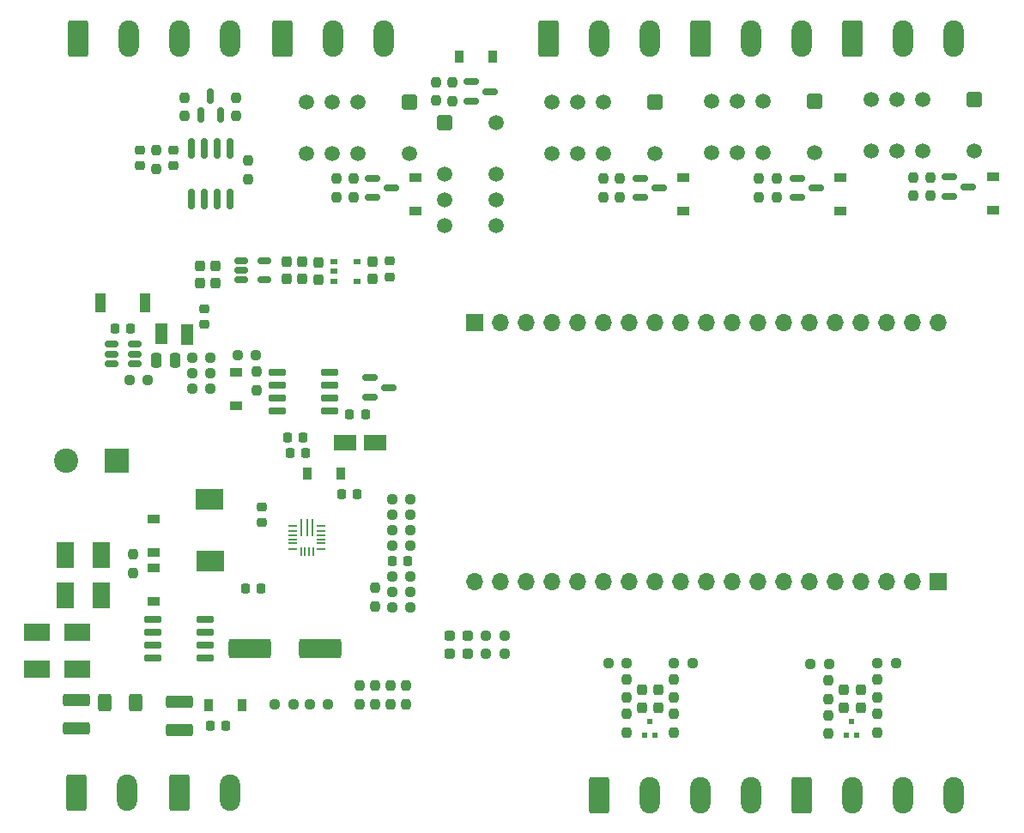
<source format=gbr>
%TF.GenerationSoftware,KiCad,Pcbnew,(6.0.8)*%
%TF.CreationDate,2023-11-14T22:22:02+13:00*%
%TF.ProjectId,Brain,42726169-6e2e-46b6-9963-61645f706362,rev?*%
%TF.SameCoordinates,Original*%
%TF.FileFunction,Soldermask,Top*%
%TF.FilePolarity,Negative*%
%FSLAX46Y46*%
G04 Gerber Fmt 4.6, Leading zero omitted, Abs format (unit mm)*
G04 Created by KiCad (PCBNEW (6.0.8)) date 2023-11-14 22:22:02*
%MOMM*%
%LPD*%
G01*
G04 APERTURE LIST*
G04 Aperture macros list*
%AMRoundRect*
0 Rectangle with rounded corners*
0 $1 Rounding radius*
0 $2 $3 $4 $5 $6 $7 $8 $9 X,Y pos of 4 corners*
0 Add a 4 corners polygon primitive as box body*
4,1,4,$2,$3,$4,$5,$6,$7,$8,$9,$2,$3,0*
0 Add four circle primitives for the rounded corners*
1,1,$1+$1,$2,$3*
1,1,$1+$1,$4,$5*
1,1,$1+$1,$6,$7*
1,1,$1+$1,$8,$9*
0 Add four rect primitives between the rounded corners*
20,1,$1+$1,$2,$3,$4,$5,0*
20,1,$1+$1,$4,$5,$6,$7,0*
20,1,$1+$1,$6,$7,$8,$9,0*
20,1,$1+$1,$8,$9,$2,$3,0*%
G04 Aperture macros list end*
%ADD10RoundRect,0.150000X-0.725000X-0.150000X0.725000X-0.150000X0.725000X0.150000X-0.725000X0.150000X0*%
%ADD11RoundRect,0.150000X-0.512500X-0.150000X0.512500X-0.150000X0.512500X0.150000X-0.512500X0.150000X0*%
%ADD12R,0.700000X0.510000*%
%ADD13R,0.203200X0.812800*%
%ADD14R,0.250012X1.699997*%
%ADD15R,0.812800X0.254000*%
%ADD16R,0.812800X0.203200*%
%ADD17RoundRect,0.150000X0.150000X-0.825000X0.150000X0.825000X-0.150000X0.825000X-0.150000X-0.825000X0*%
%ADD18RoundRect,0.250000X-0.400000X-0.625000X0.400000X-0.625000X0.400000X0.625000X-0.400000X0.625000X0*%
%ADD19RoundRect,0.237500X-0.237500X0.250000X-0.237500X-0.250000X0.237500X-0.250000X0.237500X0.250000X0*%
%ADD20RoundRect,0.237500X0.237500X-0.250000X0.237500X0.250000X-0.237500X0.250000X-0.237500X-0.250000X0*%
%ADD21RoundRect,0.237500X0.250000X0.237500X-0.250000X0.237500X-0.250000X-0.237500X0.250000X-0.237500X0*%
%ADD22RoundRect,0.237500X-0.250000X-0.237500X0.250000X-0.237500X0.250000X0.237500X-0.250000X0.237500X0*%
%ADD23RoundRect,0.150000X-0.587500X-0.150000X0.587500X-0.150000X0.587500X0.150000X-0.587500X0.150000X0*%
%ADD24R,2.800000X2.000000*%
%ADD25R,1.250000X2.000000*%
%ADD26RoundRect,0.250500X-0.499500X0.499500X-0.499500X-0.499500X0.499500X-0.499500X0.499500X0.499500X0*%
%ADD27C,1.500000*%
%ADD28RoundRect,0.250500X-0.499500X-0.499500X0.499500X-0.499500X0.499500X0.499500X-0.499500X0.499500X0*%
%ADD29RoundRect,0.250000X-0.750000X-1.550000X0.750000X-1.550000X0.750000X1.550000X-0.750000X1.550000X0*%
%ADD30O,2.000000X3.600000*%
%ADD31R,1.700000X1.700000*%
%ADD32O,1.700000X1.700000*%
%ADD33RoundRect,0.250000X-1.075000X0.375000X-1.075000X-0.375000X1.075000X-0.375000X1.075000X0.375000X0*%
%ADD34RoundRect,0.250000X1.075000X-0.375000X1.075000X0.375000X-1.075000X0.375000X-1.075000X-0.375000X0*%
%ADD35R,1.200000X0.900000*%
%ADD36R,0.900000X1.200000*%
%ADD37R,0.500000X0.600000*%
%ADD38RoundRect,0.237500X-0.287500X-0.237500X0.287500X-0.237500X0.287500X0.237500X-0.287500X0.237500X0*%
%ADD39R,1.012800X1.905000*%
%ADD40R,1.800000X2.500000*%
%ADD41R,2.500000X1.800000*%
%ADD42RoundRect,0.150000X0.150000X-0.587500X0.150000X0.587500X-0.150000X0.587500X-0.150000X-0.587500X0*%
%ADD43RoundRect,0.237500X-0.237500X0.300000X-0.237500X-0.300000X0.237500X-0.300000X0.237500X0.300000X0*%
%ADD44RoundRect,0.225000X0.225000X0.250000X-0.225000X0.250000X-0.225000X-0.250000X0.225000X-0.250000X0*%
%ADD45RoundRect,0.250000X-1.825000X-0.700000X1.825000X-0.700000X1.825000X0.700000X-1.825000X0.700000X0*%
%ADD46RoundRect,0.225000X0.250000X-0.225000X0.250000X0.225000X-0.250000X0.225000X-0.250000X-0.225000X0*%
%ADD47RoundRect,0.225000X-0.225000X-0.250000X0.225000X-0.250000X0.225000X0.250000X-0.225000X0.250000X0*%
%ADD48RoundRect,0.250000X-0.250000X-0.475000X0.250000X-0.475000X0.250000X0.475000X-0.250000X0.475000X0*%
%ADD49R,2.200000X1.600000*%
%ADD50C,2.400000*%
%ADD51R,2.400000X2.400000*%
%ADD52RoundRect,0.225000X-0.250000X0.225000X-0.250000X-0.225000X0.250000X-0.225000X0.250000X0.225000X0*%
G04 APERTURE END LIST*
D10*
%TO.C,Q1*%
X126457000Y-104009000D03*
X126457000Y-105279000D03*
X126457000Y-106549000D03*
X126457000Y-107819000D03*
X131607000Y-107819000D03*
X131607000Y-106549000D03*
X131607000Y-105279000D03*
X131607000Y-104009000D03*
%TD*%
D11*
%TO.C,U5*%
X122941500Y-93030000D03*
X122941500Y-93980000D03*
X122941500Y-94930000D03*
X125216500Y-94930000D03*
X125216500Y-93030000D03*
%TD*%
D12*
%TO.C,U4*%
X132063000Y-93144000D03*
X132063000Y-94094000D03*
X132063000Y-95044000D03*
X134383000Y-95044000D03*
X134383000Y-93144000D03*
%TD*%
D13*
%TO.C,U3*%
X129616000Y-121738000D03*
X130016000Y-121738000D03*
X129216000Y-121738000D03*
D14*
X129966000Y-119388000D03*
X128866000Y-119388000D03*
D13*
X128816000Y-121738000D03*
D14*
X129416000Y-119388000D03*
D15*
X128016000Y-121488000D03*
X128016000Y-119188000D03*
X130816000Y-121488000D03*
X130816000Y-119188000D03*
D16*
X128016000Y-120937999D03*
X128016000Y-120538000D03*
X128016000Y-120138000D03*
X128016000Y-119738001D03*
X130816000Y-120937999D03*
X130816000Y-120538000D03*
X130816000Y-120138000D03*
X130816000Y-119738001D03*
%TD*%
D11*
%TO.C,U2*%
X110109000Y-101285000D03*
X110109000Y-102235000D03*
X110109000Y-103185000D03*
X112384000Y-103185000D03*
X112384000Y-102235000D03*
X112384000Y-101285000D03*
%TD*%
D17*
%TO.C,U1*%
X117983000Y-86906500D03*
X119253000Y-86906500D03*
X120523000Y-86906500D03*
X121793000Y-86906500D03*
X121793000Y-81956500D03*
X120523000Y-81956500D03*
X119253000Y-81956500D03*
X117983000Y-81956500D03*
%TD*%
D18*
%TO.C,RV1*%
X112522000Y-136652000D03*
X109422000Y-136652000D03*
%TD*%
D19*
%TO.C,R49*%
X190881000Y-84812500D03*
X190881000Y-86637500D03*
%TD*%
%TO.C,R48*%
X160274000Y-84939500D03*
X160274000Y-86764500D03*
%TD*%
D20*
%TO.C,R47*%
X189230000Y-86637500D03*
X189230000Y-84812500D03*
%TD*%
%TO.C,R46*%
X158623000Y-86764500D03*
X158623000Y-84939500D03*
%TD*%
D19*
%TO.C,R45*%
X143764000Y-75438000D03*
X143764000Y-77263000D03*
%TD*%
D20*
%TO.C,R44*%
X142113000Y-77239500D03*
X142113000Y-75414500D03*
%TD*%
D19*
%TO.C,R43*%
X133985000Y-84939500D03*
X133985000Y-86764500D03*
%TD*%
%TO.C,R42*%
X175768000Y-84916000D03*
X175768000Y-86741000D03*
%TD*%
D20*
%TO.C,R41*%
X132334000Y-86764500D03*
X132334000Y-84939500D03*
%TD*%
%TO.C,R40*%
X173990000Y-86764500D03*
X173990000Y-84939500D03*
%TD*%
D21*
%TO.C,R39*%
X187475500Y-132715000D03*
X185650500Y-132715000D03*
%TD*%
%TO.C,R38*%
X167409500Y-132715000D03*
X165584500Y-132715000D03*
%TD*%
D22*
%TO.C,R37*%
X179046500Y-132842000D03*
X180871500Y-132842000D03*
%TD*%
%TO.C,R36*%
X159107500Y-132715000D03*
X160932500Y-132715000D03*
%TD*%
D20*
%TO.C,R35*%
X180848000Y-136294500D03*
X180848000Y-134469500D03*
%TD*%
%TO.C,R34*%
X185674000Y-136167500D03*
X185674000Y-134342500D03*
%TD*%
%TO.C,R33*%
X160909000Y-136167500D03*
X160909000Y-134342500D03*
%TD*%
%TO.C,R32*%
X165608000Y-136167500D03*
X165608000Y-134342500D03*
%TD*%
%TO.C,R31*%
X180848000Y-139700000D03*
X180848000Y-137875000D03*
%TD*%
%TO.C,R30*%
X185674000Y-139596500D03*
X185674000Y-137771500D03*
%TD*%
%TO.C,R29*%
X160909000Y-139596500D03*
X160909000Y-137771500D03*
%TD*%
%TO.C,R28*%
X165608000Y-139573000D03*
X165608000Y-137748000D03*
%TD*%
D19*
%TO.C,R27*%
X112235000Y-122019500D03*
X112235000Y-123844500D03*
%TD*%
D22*
%TO.C,R26*%
X131468500Y-136779000D03*
X129643500Y-136779000D03*
%TD*%
%TO.C,R25*%
X128039500Y-136779000D03*
X126214500Y-136779000D03*
%TD*%
%TO.C,R24*%
X137771500Y-125730000D03*
X139596500Y-125730000D03*
%TD*%
%TO.C,R23*%
X137771500Y-119634000D03*
X139596500Y-119634000D03*
%TD*%
%TO.C,R22*%
X139596500Y-127254000D03*
X137771500Y-127254000D03*
%TD*%
D19*
%TO.C,R21*%
X136144000Y-127150500D03*
X136144000Y-125325500D03*
%TD*%
D22*
%TO.C,R20*%
X148867500Y-130048000D03*
X147042500Y-130048000D03*
%TD*%
D21*
%TO.C,R19*%
X119882500Y-105664000D03*
X118057500Y-105664000D03*
%TD*%
D22*
%TO.C,R18*%
X118057500Y-104140000D03*
X119882500Y-104140000D03*
%TD*%
%TO.C,R17*%
X118057500Y-102616000D03*
X119882500Y-102616000D03*
%TD*%
%TO.C,R16*%
X139596500Y-124206000D03*
X137771500Y-124206000D03*
%TD*%
%TO.C,R15*%
X139596500Y-121154000D03*
X137771500Y-121154000D03*
%TD*%
D21*
%TO.C,R14*%
X113688500Y-104775000D03*
X111863500Y-104775000D03*
%TD*%
D19*
%TO.C,R13*%
X134620000Y-136802500D03*
X134620000Y-134977500D03*
%TD*%
D21*
%TO.C,R12*%
X147042500Y-131826000D03*
X148867500Y-131826000D03*
%TD*%
D20*
%TO.C,R11*%
X136144000Y-134977500D03*
X136144000Y-136802500D03*
%TD*%
D19*
%TO.C,R10*%
X137668000Y-136779000D03*
X137668000Y-134954000D03*
%TD*%
%TO.C,R9*%
X139192000Y-136802500D03*
X139192000Y-134977500D03*
%TD*%
D20*
%TO.C,R8*%
X124460000Y-105810500D03*
X124460000Y-103985500D03*
%TD*%
D21*
%TO.C,R7*%
X122531500Y-102358000D03*
X124356500Y-102358000D03*
%TD*%
D22*
%TO.C,R6*%
X139596500Y-118110000D03*
X137771500Y-118110000D03*
%TD*%
D21*
%TO.C,R5*%
X137771500Y-116586000D03*
X139596500Y-116586000D03*
%TD*%
D20*
%TO.C,R4*%
X122428000Y-78740000D03*
X122428000Y-76915000D03*
%TD*%
%TO.C,R3*%
X117348000Y-78740000D03*
X117348000Y-76915000D03*
%TD*%
D19*
%TO.C,R2*%
X123571000Y-83138000D03*
X123571000Y-84963000D03*
%TD*%
D20*
%TO.C,R1*%
X114554000Y-83947000D03*
X114554000Y-82122000D03*
%TD*%
D23*
%TO.C,Q7*%
X192737500Y-84775000D03*
X192737500Y-86675000D03*
X194612500Y-85725000D03*
%TD*%
%TO.C,Q6*%
X162257500Y-84902000D03*
X162257500Y-86802000D03*
X164132500Y-85852000D03*
%TD*%
%TO.C,Q5*%
X145620500Y-75377000D03*
X145620500Y-77277000D03*
X147495500Y-76327000D03*
%TD*%
%TO.C,Q4*%
X135841500Y-84902000D03*
X135841500Y-86802000D03*
X137716500Y-85852000D03*
%TD*%
%TO.C,Q3*%
X177751500Y-84902000D03*
X177751500Y-86802000D03*
X179626500Y-85852000D03*
%TD*%
D10*
%TO.C,Q2*%
X114232000Y-128393000D03*
X114232000Y-129663000D03*
X114232000Y-130933000D03*
X114232000Y-132203000D03*
X119382000Y-132203000D03*
X119382000Y-130933000D03*
X119382000Y-129663000D03*
X119382000Y-128393000D03*
%TD*%
D24*
%TO.C,L2*%
X119888000Y-122680000D03*
X119788000Y-116580000D03*
%TD*%
D25*
%TO.C,L1*%
X115057000Y-100230000D03*
X117607000Y-100330000D03*
%TD*%
D26*
%TO.C,K5*%
X195253500Y-77161500D03*
D27*
X190173500Y-77161500D03*
X187633500Y-77161500D03*
X185093500Y-77161500D03*
X185093500Y-82241500D03*
X187633500Y-82241500D03*
X190173500Y-82241500D03*
X195253500Y-82241500D03*
%TD*%
D26*
%TO.C,K4*%
X163757500Y-77415500D03*
D27*
X158677500Y-77415500D03*
X156137500Y-77415500D03*
X153597500Y-77415500D03*
X153597500Y-82495500D03*
X156137500Y-82495500D03*
X158677500Y-82495500D03*
X163757500Y-82495500D03*
%TD*%
D28*
%TO.C,K3*%
X142947500Y-79447500D03*
D27*
X142947500Y-84527500D03*
X142947500Y-87067500D03*
X142947500Y-89607500D03*
X148027500Y-89607500D03*
X148027500Y-87067500D03*
X148027500Y-84527500D03*
X148027500Y-79447500D03*
%TD*%
D26*
%TO.C,K2*%
X139500500Y-77415500D03*
D27*
X134420500Y-77415500D03*
X131880500Y-77415500D03*
X129340500Y-77415500D03*
X129340500Y-82495500D03*
X131880500Y-82495500D03*
X134420500Y-82495500D03*
X139500500Y-82495500D03*
%TD*%
D26*
%TO.C,K1*%
X179505500Y-77288500D03*
D27*
X174425500Y-77288500D03*
X171885500Y-77288500D03*
X169345500Y-77288500D03*
X169345500Y-82368500D03*
X171885500Y-82368500D03*
X174425500Y-82368500D03*
X179505500Y-82368500D03*
%TD*%
D29*
%TO.C,J11*%
X183214000Y-71080500D03*
D30*
X188214000Y-71080500D03*
X193214000Y-71080500D03*
%TD*%
D29*
%TO.C,J10*%
X153242000Y-71080500D03*
D30*
X158242000Y-71080500D03*
X163242000Y-71080500D03*
%TD*%
D29*
%TO.C,J9*%
X127000000Y-71120000D03*
D30*
X132000000Y-71120000D03*
X137000000Y-71120000D03*
%TD*%
D29*
%TO.C,J8*%
X168228000Y-71080500D03*
D30*
X173228000Y-71080500D03*
X178228000Y-71080500D03*
%TD*%
D29*
%TO.C,J7*%
X178174000Y-145756500D03*
D30*
X183174000Y-145756500D03*
X188174000Y-145756500D03*
X193174000Y-145756500D03*
%TD*%
D29*
%TO.C,J6*%
X158235000Y-145756500D03*
D30*
X163235000Y-145756500D03*
X168235000Y-145756500D03*
X173235000Y-145756500D03*
%TD*%
D29*
%TO.C,J5*%
X116807000Y-145538000D03*
D30*
X121807000Y-145538000D03*
%TD*%
%TO.C,J4*%
X111647000Y-145538000D03*
D29*
X106647000Y-145538000D03*
%TD*%
%TO.C,J3*%
X106807000Y-71120000D03*
D30*
X111807000Y-71120000D03*
X116807000Y-71120000D03*
X121807000Y-71120000D03*
%TD*%
D31*
%TO.C,J2*%
X145933000Y-99162000D03*
D32*
X148473000Y-99162000D03*
X151013000Y-99162000D03*
X153553000Y-99162000D03*
X156093000Y-99162000D03*
X158633000Y-99162000D03*
X161173000Y-99162000D03*
X163713000Y-99162000D03*
X166253000Y-99162000D03*
X168793000Y-99162000D03*
X171333000Y-99162000D03*
X173873000Y-99162000D03*
X176413000Y-99162000D03*
X178953000Y-99162000D03*
X181493000Y-99162000D03*
X184033000Y-99162000D03*
X186573000Y-99162000D03*
X189113000Y-99162000D03*
X191653000Y-99162000D03*
%TD*%
%TO.C,J1*%
X145913000Y-124739000D03*
X148453000Y-124739000D03*
X150993000Y-124739000D03*
X153533000Y-124739000D03*
X156073000Y-124739000D03*
X158613000Y-124739000D03*
X161153000Y-124739000D03*
X163693000Y-124739000D03*
X166233000Y-124739000D03*
X168773000Y-124739000D03*
X171313000Y-124739000D03*
X173853000Y-124739000D03*
X176393000Y-124739000D03*
X178933000Y-124739000D03*
X181473000Y-124739000D03*
X184013000Y-124739000D03*
X186553000Y-124739000D03*
X189093000Y-124739000D03*
D31*
X191633000Y-124739000D03*
%TD*%
D33*
%TO.C,F2*%
X116807000Y-136518000D03*
X116807000Y-139318000D03*
%TD*%
D34*
%TO.C,F1*%
X106680000Y-139195000D03*
X106680000Y-136395000D03*
%TD*%
D35*
%TO.C,D21*%
X197104000Y-84710000D03*
X197104000Y-88010000D03*
%TD*%
%TO.C,D20*%
X166497000Y-88137000D03*
X166497000Y-84837000D03*
%TD*%
D36*
%TO.C,D19*%
X144400000Y-72898000D03*
X147700000Y-72898000D03*
%TD*%
D35*
%TO.C,D18*%
X140081000Y-88137000D03*
X140081000Y-84837000D03*
%TD*%
%TO.C,D17*%
X181991000Y-84837000D03*
X181991000Y-88137000D03*
%TD*%
D37*
%TO.C,D16*%
X182634000Y-139842000D03*
X183634000Y-139842000D03*
X183134000Y-138542000D03*
%TD*%
%TO.C,D15*%
X162695000Y-139842000D03*
X163695000Y-139842000D03*
X163195000Y-138542000D03*
%TD*%
D36*
%TO.C,D14*%
X119729000Y-136902000D03*
X123029000Y-136902000D03*
%TD*%
D35*
%TO.C,D13*%
X114267000Y-126614000D03*
X114267000Y-123314000D03*
%TD*%
%TO.C,D12*%
X114267000Y-121788000D03*
X114267000Y-118488000D03*
%TD*%
D38*
%TO.C,D11*%
X145274000Y-130048000D03*
X143524000Y-130048000D03*
%TD*%
D39*
%TO.C,D10*%
X113447500Y-97155000D03*
X109056500Y-97155000D03*
%TD*%
D36*
%TO.C,D9*%
X132714000Y-114042000D03*
X129414000Y-114042000D03*
%TD*%
D38*
%TO.C,D8*%
X145274000Y-131826000D03*
X143524000Y-131826000D03*
%TD*%
D35*
%TO.C,D7*%
X122428000Y-107310000D03*
X122428000Y-104010000D03*
%TD*%
D40*
%TO.C,D6*%
X109093000Y-122079000D03*
X109093000Y-126079000D03*
%TD*%
%TO.C,D5*%
X105537000Y-126079000D03*
X105537000Y-122079000D03*
%TD*%
D41*
%TO.C,D4*%
X106775000Y-129667000D03*
X102775000Y-129667000D03*
%TD*%
%TO.C,D3*%
X102775000Y-133350000D03*
X106775000Y-133350000D03*
%TD*%
D23*
%TO.C,D2*%
X135587500Y-104587000D03*
X135587500Y-106487000D03*
X137462500Y-105537000D03*
%TD*%
D42*
%TO.C,D1*%
X118938000Y-78638000D03*
X120838000Y-78638000D03*
X119888000Y-76763000D03*
%TD*%
D43*
%TO.C,C27*%
X184023000Y-135408500D03*
X184023000Y-137133500D03*
%TD*%
%TO.C,C26*%
X164084000Y-135408500D03*
X164084000Y-137133500D03*
%TD*%
%TO.C,C25*%
X182372000Y-135408500D03*
X182372000Y-137133500D03*
%TD*%
%TO.C,C24*%
X162433000Y-135408500D03*
X162433000Y-137133500D03*
%TD*%
%TO.C,C23*%
X127381000Y-93117500D03*
X127381000Y-94842500D03*
%TD*%
%TO.C,C22*%
X135890000Y-93104500D03*
X135890000Y-94829500D03*
%TD*%
%TO.C,C21*%
X130556000Y-93205000D03*
X130556000Y-94930000D03*
%TD*%
%TO.C,C20*%
X120396000Y-93525000D03*
X120396000Y-95250000D03*
%TD*%
%TO.C,C19*%
X128905000Y-93117500D03*
X128905000Y-94842500D03*
%TD*%
%TO.C,C18*%
X118872000Y-95250000D03*
X118872000Y-93525000D03*
%TD*%
D44*
%TO.C,C17*%
X119842000Y-138934000D03*
X121392000Y-138934000D03*
%TD*%
%TO.C,C16*%
X139332000Y-122682000D03*
X137782000Y-122682000D03*
%TD*%
D45*
%TO.C,C15*%
X130696000Y-131314000D03*
X123746000Y-131314000D03*
%TD*%
D46*
%TO.C,C14*%
X119253000Y-99327000D03*
X119253000Y-97777000D03*
%TD*%
D44*
%TO.C,C13*%
X124854000Y-125349000D03*
X123304000Y-125349000D03*
%TD*%
D46*
%TO.C,C12*%
X124968000Y-117331000D03*
X124968000Y-118881000D03*
%TD*%
D47*
%TO.C,C11*%
X129299000Y-112010000D03*
X127749000Y-112010000D03*
%TD*%
%TO.C,C10*%
X110477000Y-99695000D03*
X112027000Y-99695000D03*
%TD*%
%TO.C,C9*%
X129032000Y-110486000D03*
X127482000Y-110486000D03*
%TD*%
D48*
%TO.C,C8*%
X114493000Y-102870000D03*
X116393000Y-102870000D03*
%TD*%
D44*
%TO.C,C7*%
X132829000Y-116074000D03*
X134379000Y-116074000D03*
%TD*%
D49*
%TO.C,C6*%
X136120000Y-110994000D03*
X133120000Y-110994000D03*
%TD*%
D50*
%TO.C,C5*%
X105617000Y-112776000D03*
D51*
X110617000Y-112776000D03*
%TD*%
D44*
%TO.C,C4*%
X135154000Y-108200000D03*
X133604000Y-108200000D03*
%TD*%
D52*
%TO.C,C3*%
X116205000Y-82132500D03*
X116205000Y-83682500D03*
%TD*%
%TO.C,C2*%
X112903000Y-82132500D03*
X112903000Y-83682500D03*
%TD*%
%TO.C,C1*%
X137541000Y-93078000D03*
X137541000Y-94628000D03*
%TD*%
M02*

</source>
